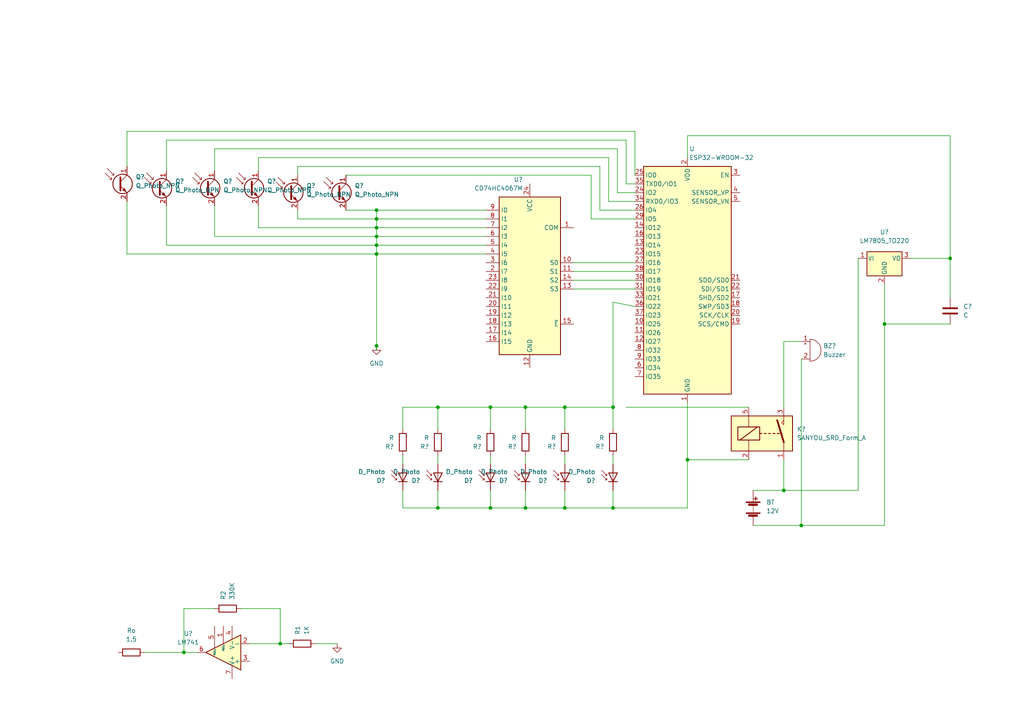
<source format=kicad_sch>
(kicad_sch (version 20211123) (generator eeschema)
  (paper "A4")
  (lib_symbols
    (symbol "74xx:CD74HC4067M"
      (property "Reference" "U" (at -8.89 22.86 0))
      (property "Value" "CD74HC4067M" (at 1.27 22.86 0))
      (symbol "CD74HC4067M_0_1"
        (rectangle (start -8.89 21.59) (end 8.89 -24.13) (stroke (width 0.254)) (fill (type background)))
      )
      (symbol "CD74HC4067M_1_1"
        (pin passive line (at -12.7 12.7 0) (length 3.81) (name "COM") (number "1"))
        (pin input line (at -12.7 2.54 0) (length 3.81) (name "S0") (number "10"))
        (pin input line (at -12.7 0 0) (length 3.81) (name "S1") (number "11"))
        (pin power_in line (at 0 -27.94 90) (length 3.81) (name "GND") (number "12"))
        (pin input line (at -12.7 -5.08 0) (length 3.81) (name "S3") (number "13"))
        (pin input line (at -12.7 -2.54 0) (length 3.81) (name "S2") (number "14"))
        (pin input line (at -12.7 -15.24 0) (length 3.81) (name "~{E}") (number "15"))
        (pin passive line (at 12.7 -20.32 180) (length 3.81) (name "I15") (number "16"))
        (pin passive line (at 12.7 -17.78 180) (length 3.81) (name "I14") (number "17"))
        (pin passive line (at 12.7 -15.24 180) (length 3.81) (name "I13") (number "18"))
        (pin passive line (at 12.7 -12.7 180) (length 3.81) (name "I12") (number "19"))
        (pin passive line (at 12.7 0 180) (length 3.81) (name "I7") (number "2"))
        (pin passive line (at 12.7 -10.16 180) (length 3.81) (name "I11") (number "20"))
        (pin passive line (at 12.7 -7.62 180) (length 3.81) (name "I10") (number "21"))
        (pin passive line (at 12.7 -5.08 180) (length 3.81) (name "I9") (number "22"))
        (pin passive line (at 12.7 -2.54 180) (length 3.81) (name "I8") (number "23"))
        (pin power_in line (at 0 25.4 270) (length 3.81) (name "VCC") (number "24"))
        (pin passive line (at 12.7 2.54 180) (length 3.81) (name "I6") (number "3"))
        (pin passive line (at 12.7 5.08 180) (length 3.81) (name "I5") (number "4"))
        (pin passive line (at 12.7 7.62 180) (length 3.81) (name "I4") (number "5"))
        (pin passive line (at 12.7 10.16 180) (length 3.81) (name "I3") (number "6"))
        (pin passive line (at 12.7 12.7 180) (length 3.81) (name "I2") (number "7"))
        (pin passive line (at 12.7 15.24 180) (length 3.81) (name "I1") (number "8"))
        (pin passive line (at 12.7 17.78 180) (length 3.81) (name "I0") (number "9"))
      )
    )
    (symbol "Amplifier_Operational:LM741" (pin_names (offset 0.127))
      (property "Reference" "U" (at 0 6.35 0))
      (property "Value" "LM741" (at 0 3.81 0))
      (symbol "LM741_0_1"
        (polyline (pts (xy -5.08 5.08) (xy 5.08 0) (xy -5.08 -5.08) (xy -5.08 5.08)) (stroke (width 0.254)) (fill (type background)))
      )
      (symbol "LM741_1_1"
        (pin input line (at 0 -7.62 90) (length 5.08) (name "NULL") (number "1"))
        (pin input line (at -7.62 -2.54 0) (length 2.54) (name "-") (number "2"))
        (pin input line (at -7.62 2.54 0) (length 2.54) (name "+") (number "3"))
        (pin power_in line (at -2.54 -7.62 90) (length 3.81) (name "V-") (number "4"))
        (pin input line (at 2.54 -7.62 90) (length 6.35) (name "NULL") (number "5"))
        (pin output line (at 7.62 0 180) (length 2.54) (name "~") (number "6"))
        (pin power_in line (at -2.54 7.62 270) (length 3.81) (name "V+") (number "7"))
        (pin no_connect line (at 0 2.54 270) (length 2.54) hide (name "NC") (number "8"))
      )
    )
    (symbol "Device:Battery" (pin_numbers hide) (pin_names (offset 0) hide)
      (property "Reference" "BT" (at 2.54 2.54 0))
      (property "Value" "Battery" (at 2.54 0 0))
      (symbol "Battery_0_1"
        (rectangle (start -2.032 -1.397) (end 2.032 -1.651) (fill (type outline)))
        (rectangle (start -2.032 1.778) (end 2.032 1.524) (fill (type outline)))
        (rectangle (start -1.3208 -1.9812) (end 1.27 -2.4892) (fill (type outline)))
        (rectangle (start -1.3208 1.1938) (end 1.27 0.6858) (fill (type outline)))
        (polyline (pts (xy 0 -1.524) (xy 0 -1.27)))
        (polyline (pts (xy 0 -1.016) (xy 0 -0.762)))
        (polyline (pts (xy 0 -0.508) (xy 0 -0.254)))
        (polyline (pts (xy 0 0) (xy 0 0.254)))
        (polyline (pts (xy 0 0.508) (xy 0 0.762)))
        (polyline (pts (xy 0 1.778) (xy 0 2.54)))
        (polyline (pts (xy 0.254 2.667) (xy 1.27 2.667)) (stroke (width 0.254)))
        (polyline (pts (xy 0.762 3.175) (xy 0.762 2.159)) (stroke (width 0.254)))
      )
      (symbol "Battery_1_1"
        (pin passive line (at 0 5.08 270) (length 2.54) (name "+") (number "1"))
        (pin passive line (at 0 -5.08 90) (length 2.54) (name "-") (number "2"))
      )
    )
    (symbol "Device:Buzzer" (pin_names (offset 0.0254) hide)
      (property "Reference" "BZ" (at 3.81 1.27 0))
      (property "Value" "Buzzer" (at 3.81 -1.27 0))
      (symbol "Buzzer_0_1"
        (arc (start 0 -3.175) (mid 3.175 0) (end 0 3.175))
        (polyline (pts (xy -1.651 1.905) (xy -1.143 1.905)))
        (polyline (pts (xy -1.397 2.159) (xy -1.397 1.651)))
        (polyline (pts (xy 0 3.175) (xy 0 -3.175)))
      )
      (symbol "Buzzer_1_1"
        (pin passive line (at -2.54 2.54 0) (length 2.54) (name "-") (number "1"))
        (pin passive line (at -2.54 -2.54 0) (length 2.54) (name "+") (number "2"))
      )
    )
    (symbol "Device:C" (pin_numbers hide) (pin_names (offset 0.254))
      (property "Reference" "C" (at 0.635 2.54 0))
      (property "Value" "C" (at 0.635 -2.54 0))
      (symbol "C_0_1"
        (polyline (pts (xy -2.032 -0.762) (xy 2.032 -0.762)) (stroke (width 0.508)))
        (polyline (pts (xy -2.032 0.762) (xy 2.032 0.762)) (stroke (width 0.508)))
      )
      (symbol "C_1_1"
        (pin passive line (at 0 3.81 270) (length 2.794) (name "~") (number "1"))
        (pin passive line (at 0 -3.81 90) (length 2.794) (name "~") (number "2"))
      )
    )
    (symbol "Device:D_Photo" (pin_numbers hide) (pin_names hide)
      (property "Reference" "D" (at 0.508 1.778 0))
      (property "Value" "D_Photo" (at -1.016 -2.794 0))
      (symbol "D_Photo_0_1"
        (polyline (pts (xy -2.54 1.27) (xy -2.54 -1.27)) (stroke (width 0.254)))
        (polyline (pts (xy -2.032 1.778) (xy -1.524 1.778)))
        (polyline (pts (xy 0 0) (xy -2.54 0)))
        (polyline (pts (xy -0.508 3.302) (xy -2.032 1.778) (xy -2.032 2.286)))
        (polyline (pts (xy 0 -1.27) (xy 0 1.27) (xy -2.54 0) (xy 0 -1.27)) (stroke (width 0.254)))
        (polyline (pts (xy 0.762 3.302) (xy -0.762 1.778) (xy -0.762 2.286) (xy -0.762 1.778) (xy -0.254 1.778)))
      )
      (symbol "D_Photo_1_1"
        (pin passive line (at -5.08 0 0) (length 2.54) (name "K") (number "1"))
        (pin passive line (at 2.54 0 180) (length 2.54) (name "A") (number "2"))
      )
    )
    (symbol "Device:Q_Photo_NPN" (pin_names (offset 0) hide)
      (property "Reference" "Q" (at 5.08 1.27 0))
      (property "Value" "Q_Photo_NPN" (at 5.08 -1.27 0))
      (symbol "Q_Photo_NPN_0_1"
        (polyline (pts (xy -1.905 1.27) (xy -2.54 1.27)))
        (polyline (pts (xy -1.27 2.54) (xy -1.905 2.54)))
        (polyline (pts (xy 0.635 0.635) (xy 2.54 2.54)))
        (polyline (pts (xy -3.81 3.175) (xy -1.905 1.27) (xy -1.905 1.905)))
        (polyline (pts (xy -3.175 4.445) (xy -1.27 2.54) (xy -1.27 3.175)))
        (polyline (pts (xy 0.635 -0.635) (xy 2.54 -2.54) (xy 2.54 -2.54)))
        (polyline (pts (xy 0.635 1.905) (xy 0.635 -1.905) (xy 0.635 -1.905)) (stroke (width 0.508)))
        (polyline (pts (xy 1.27 -1.778) (xy 1.778 -1.27) (xy 2.286 -2.286) (xy 1.27 -1.778) (xy 1.27 -1.778)) (fill (type outline)))
        (circle (center 1.27 0) (radius 2.8194) (stroke (width 0.254)))
      )
      (symbol "Q_Photo_NPN_1_1"
        (pin passive line (at 2.54 5.08 270) (length 2.54) (name "C") (number "1"))
        (pin passive line (at 2.54 -5.08 90) (length 2.54) (name "E") (number "2"))
      )
    )
    (symbol "Device:R" (pin_numbers hide) (pin_names (offset 0))
      (property "Reference" "R" (at 2.032 0 90))
      (property "Value" "R" (at 0 0 90))
      (symbol "R_0_1"
        (rectangle (start -1.016 -2.54) (end 1.016 2.54) (stroke (width 0.254)))
      )
      (symbol "R_1_1"
        (pin passive line (at 0 3.81 270) (length 1.27) (name "~") (number "1"))
        (pin passive line (at 0 -3.81 90) (length 1.27) (name "~") (number "2"))
      )
    )
    (symbol "RF_Module:ESP32-WROOM-32"
      (property "Reference" "U" (at -12.7 34.29 0))
      (property "Value" "ESP32-WROOM-32" (at 1.27 34.29 0))
      (symbol "ESP32-WROOM-32_0_1"
        (rectangle (start -12.7 33.02) (end 12.7 -33.02) (stroke (width 0.254)) (fill (type background)))
      )
      (symbol "ESP32-WROOM-32_1_1"
        (pin power_in line (at 0 -35.56 90) (length 2.54) (name "GND") (number "1"))
        (pin bidirectional line (at 15.24 -12.7 180) (length 2.54) (name "IO25") (number "10"))
        (pin bidirectional line (at 15.24 -15.24 180) (length 2.54) (name "IO26") (number "11"))
        (pin bidirectional line (at 15.24 -17.78 180) (length 2.54) (name "IO27") (number "12"))
        (pin bidirectional line (at 15.24 10.16 180) (length 2.54) (name "IO14") (number "13"))
        (pin bidirectional line (at 15.24 15.24 180) (length 2.54) (name "IO12") (number "14"))
        (pin passive line (at 0 -35.56 90) (length 2.54) hide (name "GND") (number "15"))
        (pin bidirectional line (at 15.24 12.7 180) (length 2.54) (name "IO13") (number "16"))
        (pin bidirectional line (at -15.24 -5.08 0) (length 2.54) (name "SHD/SD2") (number "17"))
        (pin bidirectional line (at -15.24 -7.62 0) (length 2.54) (name "SWP/SD3") (number "18"))
        (pin bidirectional line (at -15.24 -12.7 0) (length 2.54) (name "SCS/CMD") (number "19"))
        (pin power_in line (at 0 35.56 270) (length 2.54) (name "VDD") (number "2"))
        (pin bidirectional line (at -15.24 -10.16 0) (length 2.54) (name "SCK/CLK") (number "20"))
        (pin bidirectional line (at -15.24 0 0) (length 2.54) (name "SDO/SD0") (number "21"))
        (pin bidirectional line (at -15.24 -2.54 0) (length 2.54) (name "SDI/SD1") (number "22"))
        (pin bidirectional line (at 15.24 7.62 180) (length 2.54) (name "IO15") (number "23"))
        (pin bidirectional line (at 15.24 25.4 180) (length 2.54) (name "IO2") (number "24"))
        (pin bidirectional line (at 15.24 30.48 180) (length 2.54) (name "IO0") (number "25"))
        (pin bidirectional line (at 15.24 20.32 180) (length 2.54) (name "IO4") (number "26"))
        (pin bidirectional line (at 15.24 5.08 180) (length 2.54) (name "IO16") (number "27"))
        (pin bidirectional line (at 15.24 2.54 180) (length 2.54) (name "IO17") (number "28"))
        (pin bidirectional line (at 15.24 17.78 180) (length 2.54) (name "IO5") (number "29"))
        (pin input line (at -15.24 30.48 0) (length 2.54) (name "EN") (number "3"))
        (pin bidirectional line (at 15.24 0 180) (length 2.54) (name "IO18") (number "30"))
        (pin bidirectional line (at 15.24 -2.54 180) (length 2.54) (name "IO19") (number "31"))
        (pin no_connect line (at -12.7 -27.94 0) (length 2.54) hide (name "NC") (number "32"))
        (pin bidirectional line (at 15.24 -5.08 180) (length 2.54) (name "IO21") (number "33"))
        (pin bidirectional line (at 15.24 22.86 180) (length 2.54) (name "RXD0/IO3") (number "34"))
        (pin bidirectional line (at 15.24 27.94 180) (length 2.54) (name "TXD0/IO1") (number "35"))
        (pin bidirectional line (at 15.24 -7.62 180) (length 2.54) (name "IO22") (number "36"))
        (pin bidirectional line (at 15.24 -10.16 180) (length 2.54) (name "IO23") (number "37"))
        (pin passive line (at 0 -35.56 90) (length 2.54) hide (name "GND") (number "38"))
        (pin passive line (at 0 -35.56 90) (length 2.54) hide (name "GND") (number "39"))
        (pin input line (at -15.24 25.4 0) (length 2.54) (name "SENSOR_VP") (number "4"))
        (pin input line (at -15.24 22.86 0) (length 2.54) (name "SENSOR_VN") (number "5"))
        (pin input line (at 15.24 -25.4 180) (length 2.54) (name "IO34") (number "6"))
        (pin input line (at 15.24 -27.94 180) (length 2.54) (name "IO35") (number "7"))
        (pin bidirectional line (at 15.24 -20.32 180) (length 2.54) (name "IO32") (number "8"))
        (pin bidirectional line (at 15.24 -22.86 180) (length 2.54) (name "IO33") (number "9"))
      )
    )
    (symbol "Regulator_Linear:LM7805_TO220" (pin_names (offset 0.254))
      (property "Reference" "U" (at -3.81 3.175 0))
      (property "Value" "LM7805_TO220" (at 0 3.175 0))
      (symbol "LM7805_TO220_0_1"
        (rectangle (start -5.08 1.905) (end 5.08 -5.08) (stroke (width 0.254)) (fill (type background)))
      )
      (symbol "LM7805_TO220_1_1"
        (pin power_in line (at -7.62 0 0) (length 2.54) (name "VI") (number "1"))
        (pin power_in line (at 0 -7.62 90) (length 2.54) (name "GND") (number "2"))
        (pin power_out line (at 7.62 0 180) (length 2.54) (name "VO") (number "3"))
      )
    )
    (symbol "Relay:SANYOU_SRD_Form_A"
      (property "Reference" "K" (at 8.89 3.81 0))
      (property "Value" "SANYOU_SRD_Form_A" (at 8.89 1.27 0))
      (symbol "SANYOU_SRD_Form_A_0_0"
        (polyline (pts (xy 5.08 5.08) (xy 5.08 2.54) (xy 4.445 3.175) (xy 5.08 3.81)))
      )
      (symbol "SANYOU_SRD_Form_A_0_1"
        (rectangle (start -10.16 5.08) (end 7.62 -5.08) (stroke (width 0.254)) (fill (type background)))
        (rectangle (start -8.255 1.905) (end -1.905 -1.905) (stroke (width 0.254)))
        (polyline (pts (xy -7.62 -1.905) (xy -2.54 1.905)) (stroke (width 0.254)))
        (polyline (pts (xy -5.08 -5.08) (xy -5.08 -1.905)))
        (polyline (pts (xy -5.08 5.08) (xy -5.08 1.905)))
        (polyline (pts (xy -1.905 0) (xy -1.27 0)) (stroke (width 0.254)))
        (polyline (pts (xy -0.635 0) (xy 0 0)) (stroke (width 0.254)))
        (polyline (pts (xy 0.635 0) (xy 1.27 0)) (stroke (width 0.254)))
        (polyline (pts (xy 1.905 0) (xy 2.54 0)) (stroke (width 0.254)))
        (polyline (pts (xy 3.175 0) (xy 3.81 0)) (stroke (width 0.254)))
        (polyline (pts (xy 5.08 -2.54) (xy 3.175 3.81)) (stroke (width 0.508)))
        (polyline (pts (xy 5.08 -2.54) (xy 5.08 -5.08)))
      )
      (symbol "SANYOU_SRD_Form_A_1_1"
        (pin passive line (at 5.08 -7.62 90) (length 2.54) (name "~") (number "1"))
        (pin passive line (at -5.08 -7.62 90) (length 2.54) (name "~") (number "2"))
        (pin passive line (at 5.08 7.62 270) (length 2.54) (name "~") (number "3"))
        (pin passive line (at -5.08 7.62 270) (length 2.54) (name "~") (number "5"))
      )
    )
    (symbol "power:GND" (power) (pin_names (offset 0))
      (property "Value" "GND" (at 0 -3.81 0))
      (symbol "GND_0_1"
        (polyline (pts (xy 0 0) (xy 0 -1.27) (xy 1.27 -1.27) (xy 0 -2.54) (xy -1.27 -1.27) (xy 0 -1.27)))
      )
      (symbol "GND_1_1"
        (pin power_in line (at 0 0 270) (length 0) hide (name "GND") (number "1"))
      )
    )
  )
  (junction (at 227.33 142.24))
  (junction (at 109.22 71.12))
  (junction (at 127 118.11))
  (junction (at 142.24 118.11))
  (junction (at 256.54 93.98))
  (junction (at 127 147.32))
  (junction (at 275.59 74.93))
  (junction (at 152.4 147.32))
  (junction (at 109.22 63.5))
  (junction (at 199.39 133.35))
  (junction (at 232.41 152.4))
  (junction (at 177.8 118.11))
  (junction (at 81.28 186.69))
  (junction (at 163.83 147.32))
  (junction (at 109.22 68.58))
  (junction (at 109.22 100.33))
  (junction (at 177.8 147.32))
  (junction (at 163.83 118.11))
  (junction (at 152.4 118.11))
  (junction (at 109.22 60.96))
  (junction (at 142.24 147.32))
  (junction (at 109.22 73.66))
  (junction (at 109.22 66.04))
  (junction (at 53.34 189.23))
  (wire (pts (xy 109.22 71.12) (xy 109.22 73.66)))
  (wire (pts (xy 72.39 186.69) (xy 81.28 186.69)))
  (wire (pts (xy 74.93 66.04) (xy 109.22 66.04)))
  (wire (pts (xy 179.07 43.18) (xy 179.07 55.88)))
  (wire (pts (xy 275.59 74.93) (xy 264.16 74.93)))
  (wire (pts (xy 199.39 39.37) (xy 199.39 45.72)))
  (wire (pts (xy 62.23 176.53) (xy 53.34 176.53)))
  (wire (pts (xy 116.84 134.62) (xy 116.84 132.08)))
  (wire (pts (xy 36.83 73.66) (xy 109.22 73.66)))
  (wire (pts (xy 127 118.11) (xy 142.24 118.11)))
  (wire (pts (xy 109.22 66.04) (xy 140.97 66.04)))
  (wire (pts (xy 109.22 66.04) (xy 109.22 68.58)))
  (wire (pts (xy 62.23 49.53) (xy 62.23 43.18)))
  (wire (pts (xy 181.61 40.64) (xy 181.61 53.34)))
  (wire (pts (xy 81.28 186.69) (xy 83.82 186.69)))
  (wire (pts (xy 81.28 176.53) (xy 81.28 186.69)))
  (wire (pts (xy 86.36 63.5) (xy 109.22 63.5)))
  (wire (pts (xy 184.15 50.8) (xy 184.15 38.1)))
  (wire (pts (xy 142.24 142.24) (xy 142.24 147.32)))
  (wire (pts (xy 86.36 60.96) (xy 86.36 63.5)))
  (wire (pts (xy 152.4 147.32) (xy 163.83 147.32)))
  (wire (pts (xy 69.85 176.53) (xy 81.28 176.53)))
  (wire (pts (xy 127 147.32) (xy 142.24 147.32)))
  (wire (pts (xy 199.39 147.32) (xy 199.39 133.35)))
  (wire (pts (xy 86.36 50.8) (xy 86.36 48.26)))
  (wire (pts (xy 36.83 38.1) (xy 36.83 48.26)))
  (wire (pts (xy 41.91 189.23) (xy 53.34 189.23)))
  (wire (pts (xy 109.22 68.58) (xy 140.97 68.58)))
  (wire (pts (xy 177.8 147.32) (xy 199.39 147.32)))
  (wire (pts (xy 91.44 186.69) (xy 97.79 186.69)))
  (wire (pts (xy 152.4 118.11) (xy 163.83 118.11)))
  (wire (pts (xy 109.22 73.66) (xy 140.97 73.66)))
  (wire (pts (xy 109.22 60.96) (xy 140.97 60.96)))
  (wire (pts (xy 48.26 40.64) (xy 48.26 49.53)))
  (wire (pts (xy 109.22 60.96) (xy 109.22 63.5)))
  (wire (pts (xy 275.59 39.37) (xy 275.59 74.93)))
  (wire (pts (xy 181.61 40.64) (xy 48.26 40.64)))
  (wire (pts (xy 57.15 189.23) (xy 53.34 189.23)))
  (wire (pts (xy 109.22 63.5) (xy 109.22 66.04)))
  (wire (pts (xy 218.44 142.24) (xy 227.33 142.24)))
  (wire (pts (xy 116.84 147.32) (xy 127 147.32)))
  (wire (pts (xy 109.22 68.58) (xy 109.22 71.12)))
  (wire (pts (xy 62.23 43.18) (xy 179.07 43.18)))
  (wire (pts (xy 176.53 45.72) (xy 176.53 58.42)))
  (wire (pts (xy 109.22 100.33) (xy 109.22 101.6)))
  (wire (pts (xy 227.33 142.24) (xy 227.33 133.35)))
  (wire (pts (xy 142.24 118.11) (xy 142.24 124.46)))
  (wire (pts (xy 256.54 152.4) (xy 256.54 93.98)))
  (wire (pts (xy 166.37 83.82) (xy 184.15 83.82)))
  (wire (pts (xy 163.83 134.62) (xy 163.83 132.08)))
  (wire (pts (xy 74.93 45.72) (xy 74.93 49.53)))
  (wire (pts (xy 142.24 147.32) (xy 152.4 147.32)))
  (wire (pts (xy 177.8 142.24) (xy 177.8 147.32)))
  (wire (pts (xy 142.24 118.11) (xy 152.4 118.11)))
  (wire (pts (xy 275.59 39.37) (xy 199.39 39.37)))
  (wire (pts (xy 184.15 60.96) (xy 173.99 60.96)))
  (wire (pts (xy 256.54 93.98) (xy 256.54 82.55)))
  (wire (pts (xy 177.8 118.11) (xy 177.8 124.46)))
  (wire (pts (xy 48.26 71.12) (xy 109.22 71.12)))
  (wire (pts (xy 171.45 50.8) (xy 171.45 63.5)))
  (wire (pts (xy 100.33 50.8) (xy 171.45 50.8)))
  (wire (pts (xy 232.41 152.4) (xy 256.54 152.4)))
  (wire (pts (xy 177.8 134.62) (xy 177.8 132.08)))
  (wire (pts (xy 163.83 118.11) (xy 177.8 118.11)))
  (wire (pts (xy 256.54 93.98) (xy 275.59 93.98)))
  (wire (pts (xy 184.15 53.34) (xy 181.61 53.34)))
  (wire (pts (xy 184.15 58.42) (xy 176.53 58.42)))
  (wire (pts (xy 176.53 45.72) (xy 74.93 45.72)))
  (wire (pts (xy 86.36 48.26) (xy 173.99 48.26)))
  (wire (pts (xy 127 134.62) (xy 127 132.08)))
  (wire (pts (xy 116.84 118.11) (xy 127 118.11)))
  (wire (pts (xy 152.4 118.11) (xy 152.4 124.46)))
  (wire (pts (xy 48.26 59.69) (xy 48.26 71.12)))
  (wire (pts (xy 116.84 142.24) (xy 116.84 147.32)))
  (wire (pts (xy 100.33 60.96) (xy 109.22 60.96)))
  (wire (pts (xy 199.39 116.84) (xy 199.39 133.35)))
  (wire (pts (xy 218.44 152.4) (xy 232.41 152.4)))
  (wire (pts (xy 152.4 142.24) (xy 152.4 147.32)))
  (wire (pts (xy 227.33 118.11) (xy 227.33 99.06)))
  (wire (pts (xy 53.34 176.53) (xy 53.34 189.23)))
  (wire (pts (xy 179.07 55.88) (xy 184.15 55.88)))
  (wire (pts (xy 74.93 59.69) (xy 74.93 66.04)))
  (wire (pts (xy 163.83 147.32) (xy 177.8 147.32)))
  (wire (pts (xy 227.33 142.24) (xy 248.92 142.24)))
  (wire (pts (xy 177.8 87.63) (xy 177.8 118.11)))
  (wire (pts (xy 275.59 86.36) (xy 275.59 74.93)))
  (wire (pts (xy 163.83 118.11) (xy 163.83 124.46)))
  (wire (pts (xy 166.37 81.28) (xy 184.15 81.28)))
  (wire (pts (xy 184.15 63.5) (xy 171.45 63.5)))
  (wire (pts (xy 227.33 99.06) (xy 232.41 99.06)))
  (wire (pts (xy 62.23 68.58) (xy 109.22 68.58)))
  (wire (pts (xy 181.61 118.11) (xy 217.17 118.11)))
  (wire (pts (xy 163.83 142.24) (xy 163.83 147.32)))
  (wire (pts (xy 36.83 58.42) (xy 36.83 73.66)))
  (wire (pts (xy 152.4 134.62) (xy 152.4 132.08)))
  (wire (pts (xy 199.39 133.35) (xy 217.17 133.35)))
  (wire (pts (xy 184.15 88.9) (xy 177.8 87.63)))
  (wire (pts (xy 116.84 124.46) (xy 116.84 118.11)))
  (wire (pts (xy 127 142.24) (xy 127 147.32)))
  (wire (pts (xy 127 118.11) (xy 127 124.46)))
  (wire (pts (xy 248.92 74.93) (xy 248.92 142.24)))
  (wire (pts (xy 232.41 104.14) (xy 232.41 152.4)))
  (wire (pts (xy 173.99 48.26) (xy 173.99 60.96)))
  (wire (pts (xy 109.22 63.5) (xy 140.97 63.5)))
  (wire (pts (xy 62.23 59.69) (xy 62.23 68.58)))
  (wire (pts (xy 142.24 134.62) (xy 142.24 132.08)))
  (wire (pts (xy 109.22 71.12) (xy 140.97 71.12)))
  (wire (pts (xy 166.37 78.74) (xy 184.15 78.74)))
  (wire (pts (xy 184.15 38.1) (xy 36.83 38.1)))
  (wire (pts (xy 109.22 73.66) (xy 109.22 100.33)))
  (wire (pts (xy 166.37 76.2) (xy 184.15 76.2)))
  (symbol (lib_id "Device:Buzzer") (at 234.95 101.6 0) (unit 1)
    (property "Reference" "BZ?" (at 238.76 100.3299 0) (effects (justify left)))
    (property "Value" "Buzzer" (at 238.76 102.8699 0) (effects (justify left)))
  )
  (symbol (lib_id "Device:D_Photo") (at 116.84 137.16 90) (unit 1)
    (property "Reference" "D?" (at 111.76 139.3826 90) (effects (justify left)))
    (property "Value" "D_Photo" (at 111.76 136.8426 90) (effects (justify left)))
  )
  (symbol (lib_id "RF_Module:ESP32-WROOM-32") (at 199.39 81.28 0) (mirror y) (unit 1)
    (property "Reference" "U" (at 199.9106 43.18 0) (effects (justify right)))
    (property "Value" "ESP32-WROOM-32" (at 199.9106 45.72 0) (effects (justify right)))
    (property "Footprint" "RF_Module:ESP32-WROOM-32" (effects hide))
    (property "Datasheet" "https://www.espressif.com/sites/default/files/documentation/esp32-wroom-32_datasheet_en.pdf" (effects hide))
  )
  (symbol (lib_id "Device:Q_Photo_NPN") (at 45.72 54.61 0) (unit 1)
    (property "Reference" "Q?" (at 50.8 52.5906 0) (effects (justify left)))
    (property "Value" "Q_Photo_NPN" (at 50.8 55.1306 0) (effects (justify left)))
  )
  (symbol (lib_id "Device:D_Photo") (at 163.83 137.16 90) (unit 1)
    (property "Reference" "D?" (at 158.75 139.3826 90) (effects (justify left)))
    (property "Value" "D_Photo" (at 158.75 136.8426 90) (effects (justify left)))
  )
  (symbol (lib_id "Device:R") (at 177.8 128.27 180) (unit 1)
    (property "Reference" "R?" (at 175.26 129.5401 0) (effects (justify left)))
    (property "Value" "R" (at 175.26 127.0001 0) (effects (justify left)))
  )
  (symbol (lib_id "Device:R") (at 66.04 176.53 90) (unit 1)
    (property "Reference" "R2" (at 64.7699 173.99 0) (effects (justify left)))
    (property "Value" "330K" (at 67.3099 173.99 0) (effects (justify left)))
  )
  (symbol (lib_id "Relay:SANYOU_SRD_Form_A") (at 222.25 125.73 0) (unit 1)
    (property "Reference" "K?" (at 231.14 124.4599 0) (effects (justify left)))
    (property "Value" "SANYOU_SRD_Form_A" (at 231.14 126.9999 0) (effects (justify left)))
    (property "Footprint" "Relay_THT:Relay_SPST_SANYOU_SRD_Series_Form_A" (effects hide))
    (property "Datasheet" "http://www.sanyourelay.ca/public/products/pdf/SRD.pdf" (effects hide))
  )
  (symbol (lib_id "Amplifier_Operational:LM741") (at 64.77 189.23 180) (unit 1)
    (property "Reference" "U?" (at 54.61 183.7688 0))
    (property "Value" "LM741" (at 54.61 186.3088 0))
    (property "Datasheet" "http://www.ti.com/lit/ds/symlink/lm741.pdf" (effects hide))
  )
  (symbol (lib_id "Device:Q_Photo_NPN") (at 72.39 54.61 0) (unit 1)
    (property "Reference" "Q?" (at 77.47 52.5906 0) (effects (justify left)))
    (property "Value" "Q_Photo_NPN" (at 77.47 55.1306 0) (effects (justify left)))
  )
  (symbol (lib_id "Regulator_Linear:LM7805_TO220") (at 256.54 74.93 0) (unit 1)
    (property "Reference" "U?" (at 256.54 67.31 0))
    (property "Value" "LM7805_TO220" (at 256.54 69.85 0))
    (property "Footprint" "Package_TO_SOT_THT:TO-220-3_Vertical" (effects hide))
    (property "Datasheet" "https://www.onsemi.cn/PowerSolutions/document/MC7800-D.PDF" (effects hide))
  )
  (symbol (lib_id "Device:R") (at 127 128.27 180) (unit 1)
    (property "Reference" "R?" (at 124.46 129.5401 0) (effects (justify left)))
    (property "Value" "R" (at 124.46 127.0001 0) (effects (justify left)))
  )
  (symbol (lib_id "Device:Q_Photo_NPN") (at 59.69 54.61 0) (unit 1)
    (property "Reference" "Q?" (at 64.77 52.5906 0) (effects (justify left)))
    (property "Value" "Q_Photo_NPN" (at 64.77 55.1306 0) (effects (justify left)))
  )
  (symbol (lib_id "Device:D_Photo") (at 177.8 137.16 90) (unit 1)
    (property "Reference" "D?" (at 172.72 139.3826 90) (effects (justify left)))
    (property "Value" "D_Photo" (at 172.72 136.8426 90) (effects (justify left)))
  )
  (symbol (lib_id "Device:Battery") (at 218.44 147.32 0) (unit 1)
    (property "Reference" "BT" (at 222.25 145.6689 0) (effects (justify left)))
    (property "Value" "12V" (at 222.25 148.2089 0) (effects (justify left)))
  )
  (symbol (lib_id "Device:D_Photo") (at 127 137.16 90) (unit 1)
    (property "Reference" "D?" (at 121.92 139.3826 90) (effects (justify left)))
    (property "Value" "D_Photo" (at 121.92 136.8426 90) (effects (justify left)))
  )
  (symbol (lib_id "Device:R") (at 142.24 128.27 180) (unit 1)
    (property "Reference" "R?" (at 139.7 129.5401 0) (effects (justify left)))
    (property "Value" "R" (at 139.7 127.0001 0) (effects (justify left)))
  )
  (symbol (lib_id "Device:R") (at 152.4 128.27 180) (unit 1)
    (property "Reference" "R?" (at 149.86 129.5401 0) (effects (justify left)))
    (property "Value" "R" (at 149.86 127.0001 0) (effects (justify left)))
  )
  (symbol (lib_id "74xx:CD74HC4067M") (at 153.67 78.74 0) (mirror y) (unit 1)
    (property "Reference" "U?" (at 151.6506 52.07 0) (effects (justify left)))
    (property "Value" "CD74HC4067M" (at 151.6506 54.61 0) (effects (justify left)))
    (property "Footprint" "Package_SO:SOIC-24W_7.5x15.4mm_P1.27mm" (effects hide))
    (property "Datasheet" "http://www.ti.com/lit/ds/symlink/cd74hc4067.pdf" (effects hide))
  )
  (symbol (lib_id "Device:Q_Photo_NPN") (at 97.79 55.88 0) (unit 1)
    (property "Reference" "Q?" (at 102.87 53.8606 0) (effects (justify left)))
    (property "Value" "Q_Photo_NPN" (at 102.87 56.4006 0) (effects (justify left)))
  )
  (symbol (lib_id "Device:R") (at 87.63 186.69 90) (unit 1)
    (property "Reference" "R1" (at 86.3599 184.15 0) (effects (justify left)))
    (property "Value" "1K" (at 88.8999 184.15 0) (effects (justify left)))
  )
  (symbol (lib_id "Device:R") (at 38.1 189.23 90) (unit 1)
    (property "Reference" "Ro" (at 38.1 182.88 90))
    (property "Value" "1.5" (at 38.1 185.42 90))
  )
  (symbol (lib_id "power:GND") (at 109.22 100.33 0) (unit 1)
    (property "Reference" "#PWR?" (effects hide))
    (property "Value" "GND" (at 109.22 105.41 0))
  )
  (symbol (lib_id "Device:D_Photo") (at 142.24 137.16 90) (unit 1)
    (property "Reference" "D?" (at 137.16 139.3826 90) (effects (justify left)))
    (property "Value" "D_Photo" (at 137.16 136.8426 90) (effects (justify left)))
  )
  (symbol (lib_id "Device:R") (at 163.83 128.27 180) (unit 1)
    (property "Reference" "R?" (at 161.29 129.5401 0) (effects (justify left)))
    (property "Value" "R" (at 161.29 127.0001 0) (effects (justify left)))
  )
  (symbol (lib_id "Device:Q_Photo_NPN") (at 34.29 53.34 0) (unit 1)
    (property "Reference" "Q?" (at 39.37 51.3206 0) (effects (justify left)))
    (property "Value" "Q_Photo_NPN" (at 39.37 53.8606 0) (effects (justify left)))
  )
  (symbol (lib_id "Device:D_Photo") (at 152.4 137.16 90) (unit 1)
    (property "Reference" "D?" (at 147.32 139.3826 90) (effects (justify left)))
    (property "Value" "D_Photo" (at 147.32 136.8426 90) (effects (justify left)))
  )
  (symbol (lib_id "Device:Q_Photo_NPN") (at 83.82 55.88 0) (unit 1)
    (property "Reference" "Q?" (at 88.9 53.8606 0) (effects (justify left)))
    (property "Value" "Q_Photo_NPN" (at 88.9 56.4006 0) (effects (justify left)))
  )
  (symbol (lib_id "power:GND") (at 97.79 186.69 0) (unit 1)
    (property "Reference" "#PWR?" (effects hide))
    (property "Value" "GND" (at 97.79 191.77 0))
  )
  (symbol (lib_id "Device:C") (at 275.59 90.17 0) (unit 1)
    (property "Reference" "C?" (at 279.4 88.8999 0) (effects (justify left)))
    (property "Value" "C" (at 279.4 91.4399 0) (effects (justify left)))
  )
  (symbol (lib_id "Device:R") (at 116.84 128.27 180) (unit 1)
    (property "Reference" "R?" (at 114.3 129.5401 0) (effects (justify left)))
    (property "Value" "R" (at 114.3 127.0001 0) (effects (justify left)))
  )
)
</source>
